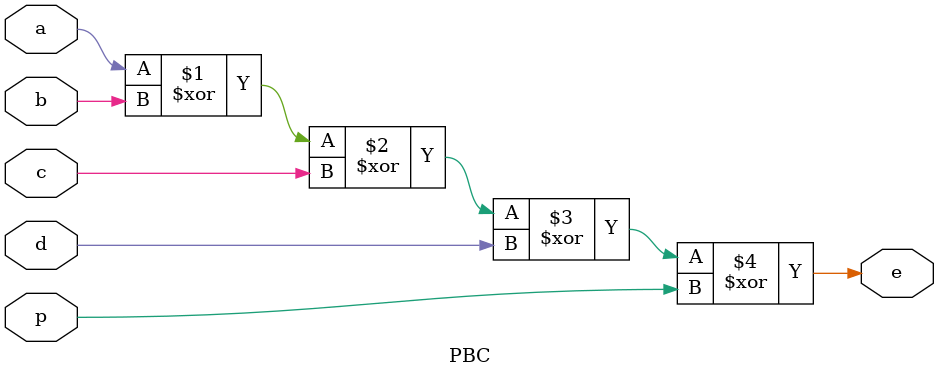
<source format=v>
`timescale 1ns / 1ps

module PBC(
    input a, b, c, d, p,
    output e
    );
    
    assign e = a ^ b ^ c ^ d ^ p;
    
endmodule

</source>
